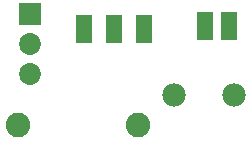
<source format=gts>
G04 ---------------------------- Layer name :TOP SOLDER LAYER*
G04 easyEDA 0.1*
G04 Scale: 100 percent, Rotated: No, Reflected: No *
G04 Dimensions in inches *
G04 leading zeros omitted , absolute positions ,2 integer and 4 * 
%FSLAX24Y24*%
%MOIN*%
G90*
G70D02*

%ADD11R,0.055700X0.093900*%
%ADD12C,0.082000*%
%ADD14R,0.073000X0.073000*%
%ADD15C,0.073000*%
%ADD17C,0.078000*%
%ADD19R,0.055200X0.093000*%

%LPD*%
%LNVIA PAD TRACK COPPERAREA*%
G54D11*
G01X3400Y11100D03*
G01X5400Y11100D03*
G01X4400Y11100D03*
G54D12*
G01X1200Y7900D03*
G01X5200Y7900D03*
G54D14*
G01X1600Y11600D03*
G54D15*
G01X1600Y10600D03*
G01X1600Y9600D03*
G54D17*
G01X8400Y8900D03*
G01X6400Y8900D03*
G54D19*
G01X7439Y11219D03*
G01X8219Y11219D03*

M00*
M02*
</source>
